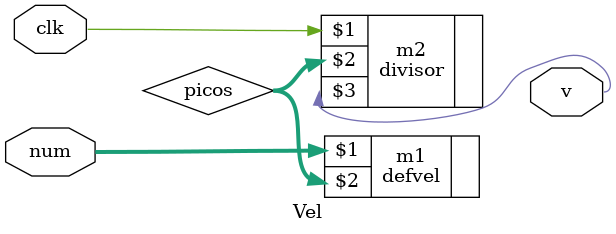
<source format=v>
`timescale 1ns / 1ps

module Vel(clk,num,v);

input clk;
input [3:0] num;
output v;

wire [24:0] picos;

	defvel m1(num,picos);
	divisor m2(clk,picos,v);
	
	

endmodule

</source>
